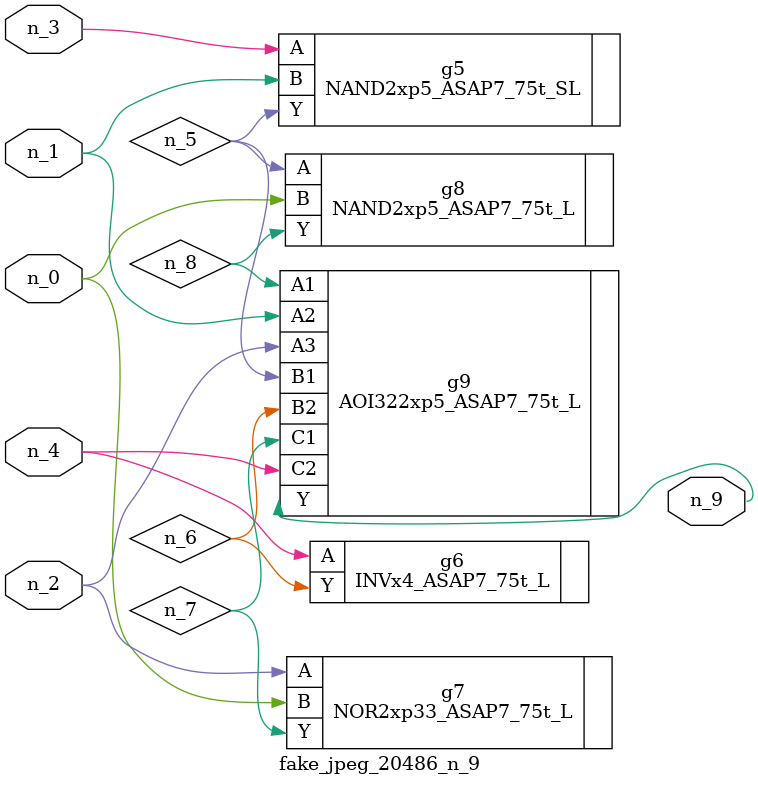
<source format=v>
module fake_jpeg_20486_n_9 (n_3, n_2, n_1, n_0, n_4, n_9);

input n_3;
input n_2;
input n_1;
input n_0;
input n_4;

output n_9;

wire n_8;
wire n_6;
wire n_5;
wire n_7;

NAND2xp5_ASAP7_75t_SL g5 ( 
.A(n_3),
.B(n_1),
.Y(n_5)
);

INVx4_ASAP7_75t_L g6 ( 
.A(n_4),
.Y(n_6)
);

NOR2xp33_ASAP7_75t_L g7 ( 
.A(n_2),
.B(n_0),
.Y(n_7)
);

NAND2xp5_ASAP7_75t_L g8 ( 
.A(n_5),
.B(n_0),
.Y(n_8)
);

AOI322xp5_ASAP7_75t_L g9 ( 
.A1(n_8),
.A2(n_1),
.A3(n_2),
.B1(n_5),
.B2(n_6),
.C1(n_7),
.C2(n_4),
.Y(n_9)
);


endmodule
</source>
